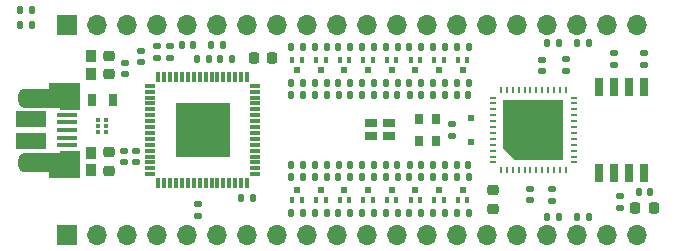
<source format=gts>
G04 #@! TF.GenerationSoftware,KiCad,Pcbnew,7.0.7*
G04 #@! TF.CreationDate,2023-08-30T11:11:12+01:00*
G04 #@! TF.ProjectId,NB3_hindbrain,4e42335f-6869-46e6-9462-7261696e2e6b,0.0.1*
G04 #@! TF.SameCoordinates,PX4af0920PY4c4db10*
G04 #@! TF.FileFunction,Soldermask,Top*
G04 #@! TF.FilePolarity,Negative*
%FSLAX46Y46*%
G04 Gerber Fmt 4.6, Leading zero omitted, Abs format (unit mm)*
G04 Created by KiCad (PCBNEW 7.0.7) date 2023-08-30 11:11:12*
%MOMM*%
%LPD*%
G01*
G04 APERTURE LIST*
G04 Aperture macros list*
%AMRoundRect*
0 Rectangle with rounded corners*
0 $1 Rounding radius*
0 $2 $3 $4 $5 $6 $7 $8 $9 X,Y pos of 4 corners*
0 Add a 4 corners polygon primitive as box body*
4,1,4,$2,$3,$4,$5,$6,$7,$8,$9,$2,$3,0*
0 Add four circle primitives for the rounded corners*
1,1,$1+$1,$2,$3*
1,1,$1+$1,$4,$5*
1,1,$1+$1,$6,$7*
1,1,$1+$1,$8,$9*
0 Add four rect primitives between the rounded corners*
20,1,$1+$1,$2,$3,$4,$5,0*
20,1,$1+$1,$4,$5,$6,$7,0*
20,1,$1+$1,$6,$7,$8,$9,0*
20,1,$1+$1,$8,$9,$2,$3,0*%
%AMOutline5P*
0 Free polygon, 5 corners , with rotation*
0 The origin of the aperture is its center*
0 number of corners: always 5*
0 $1 to $10 corner X, Y*
0 $11 Rotation angle, in degrees counterclockwise*
0 create outline with 5 corners*
4,1,5,$1,$2,$3,$4,$5,$6,$7,$8,$9,$10,$1,$2,$11*%
%AMOutline6P*
0 Free polygon, 6 corners , with rotation*
0 The origin of the aperture is its center*
0 number of corners: always 6*
0 $1 to $12 corner X, Y*
0 $13 Rotation angle, in degrees counterclockwise*
0 create outline with 6 corners*
4,1,6,$1,$2,$3,$4,$5,$6,$7,$8,$9,$10,$11,$12,$1,$2,$13*%
%AMOutline7P*
0 Free polygon, 7 corners , with rotation*
0 The origin of the aperture is its center*
0 number of corners: always 7*
0 $1 to $14 corner X, Y*
0 $15 Rotation angle, in degrees counterclockwise*
0 create outline with 7 corners*
4,1,7,$1,$2,$3,$4,$5,$6,$7,$8,$9,$10,$11,$12,$13,$14,$1,$2,$15*%
%AMOutline8P*
0 Free polygon, 8 corners , with rotation*
0 The origin of the aperture is its center*
0 number of corners: always 8*
0 $1 to $16 corner X, Y*
0 $17 Rotation angle, in degrees counterclockwise*
0 create outline with 8 corners*
4,1,8,$1,$2,$3,$4,$5,$6,$7,$8,$9,$10,$11,$12,$13,$14,$15,$16,$1,$2,$17*%
G04 Aperture macros list end*
%ADD10C,0.010000*%
%ADD11RoundRect,0.135000X0.135000X0.185000X-0.135000X0.185000X-0.135000X-0.185000X0.135000X-0.185000X0*%
%ADD12RoundRect,0.147500X0.147500X0.172500X-0.147500X0.172500X-0.147500X-0.172500X0.147500X-0.172500X0*%
%ADD13R,0.370000X0.425000*%
%ADD14R,1.000000X0.800000*%
%ADD15R,0.970000X1.000000*%
%ADD16R,0.370000X0.500000*%
%ADD17R,0.470000X0.500000*%
%ADD18R,0.240000X0.600000*%
%ADD19R,0.600000X0.240000*%
%ADD20Outline5P,-2.575000X2.575000X2.575000X2.575000X2.575000X-1.545000X1.545000X-2.575000X-2.575000X-2.575000X270.000000*%
%ADD21RoundRect,0.135000X-0.185000X0.135000X-0.185000X-0.135000X0.185000X-0.135000X0.185000X0.135000X0*%
%ADD22RoundRect,0.140000X-0.170000X0.140000X-0.170000X-0.140000X0.170000X-0.140000X0.170000X0.140000X0*%
%ADD23RoundRect,0.225000X-0.225000X-0.250000X0.225000X-0.250000X0.225000X0.250000X-0.225000X0.250000X0*%
%ADD24R,0.800000X0.900000*%
%ADD25RoundRect,0.140000X0.170000X-0.140000X0.170000X0.140000X-0.170000X0.140000X-0.170000X-0.140000X0*%
%ADD26R,0.650000X1.650000*%
%ADD27R,1.750000X0.400000*%
%ADD28O,2.400000X1.200000*%
%ADD29R,2.500000X1.425000*%
%ADD30RoundRect,0.135000X-0.135000X-0.185000X0.135000X-0.185000X0.135000X0.185000X-0.135000X0.185000X0*%
%ADD31RoundRect,0.140000X0.140000X0.170000X-0.140000X0.170000X-0.140000X-0.170000X0.140000X-0.170000X0*%
%ADD32R,0.770000X1.070000*%
%ADD33R,0.850000X0.300000*%
%ADD34R,0.300000X0.850000*%
%ADD35R,4.550000X4.550000*%
%ADD36RoundRect,0.225000X-0.250000X0.225000X-0.250000X-0.225000X0.250000X-0.225000X0.250000X0.225000X0*%
%ADD37RoundRect,0.225000X0.250000X-0.225000X0.250000X0.225000X-0.250000X0.225000X-0.250000X-0.225000X0*%
%ADD38R,0.500000X0.600000*%
%ADD39RoundRect,0.135000X0.185000X-0.135000X0.185000X0.135000X-0.185000X0.135000X-0.185000X-0.135000X0*%
%ADD40RoundRect,0.147500X-0.147500X-0.172500X0.147500X-0.172500X0.147500X0.172500X-0.147500X0.172500X0*%
%ADD41R,1.700000X1.700000*%
%ADD42O,1.700000X1.700000*%
G04 APERTURE END LIST*
D10*
X7560000Y1800000D02*
X5900000Y1800000D01*
X5900000Y4000000D01*
X7560000Y4000000D01*
X7560000Y1800000D01*
G36*
X7560000Y1800000D02*
G01*
X5900000Y1800000D01*
X5900000Y4000000D01*
X7560000Y4000000D01*
X7560000Y1800000D01*
G37*
X7560000Y-4000000D02*
X5900000Y-4000000D01*
X5900000Y-1800000D01*
X7560000Y-1800000D01*
X7560000Y-4000000D01*
G36*
X7560000Y-4000000D02*
G01*
X5900000Y-4000000D01*
X5900000Y-1800000D01*
X7560000Y-1800000D01*
X7560000Y-4000000D01*
G37*
X5850000Y1975000D02*
X2900000Y1975000D01*
X2873832Y1975685D01*
X2847736Y1977739D01*
X2821783Y1981156D01*
X2796044Y1985926D01*
X2770590Y1992037D01*
X2745492Y1999472D01*
X2720816Y2008210D01*
X2696632Y2018227D01*
X2673005Y2029497D01*
X2650000Y2041987D01*
X2627680Y2055665D01*
X2606107Y2070492D01*
X2585340Y2086427D01*
X2565435Y2103428D01*
X2546447Y2121447D01*
X2528428Y2140435D01*
X2511427Y2160340D01*
X2495492Y2181107D01*
X2480665Y2202680D01*
X2466987Y2225000D01*
X2454497Y2248005D01*
X2443227Y2271632D01*
X2433210Y2295816D01*
X2424472Y2320492D01*
X2417037Y2345590D01*
X2410926Y2371044D01*
X2406156Y2396783D01*
X2402739Y2422736D01*
X2400685Y2448832D01*
X2400000Y2475000D01*
X2400000Y2975000D01*
X2400685Y3001168D01*
X2402739Y3027264D01*
X2406156Y3053217D01*
X2410926Y3078956D01*
X2417037Y3104410D01*
X2424472Y3129508D01*
X2433210Y3154184D01*
X2443227Y3178368D01*
X2454497Y3201995D01*
X2466987Y3225000D01*
X2480665Y3247320D01*
X2495492Y3268893D01*
X2511427Y3289660D01*
X2528428Y3309565D01*
X2546447Y3328553D01*
X2565435Y3346572D01*
X2585340Y3363573D01*
X2606107Y3379508D01*
X2627680Y3394335D01*
X2650000Y3408013D01*
X2673005Y3420503D01*
X2696632Y3431773D01*
X2720816Y3441790D01*
X2745492Y3450528D01*
X2770590Y3457963D01*
X2796044Y3464074D01*
X2821783Y3468844D01*
X2847736Y3472261D01*
X2873832Y3474315D01*
X2900000Y3475000D01*
X4950000Y3475000D01*
X4950000Y4000000D01*
X5850000Y4000000D01*
X5850000Y1975000D01*
G36*
X5850000Y1975000D02*
G01*
X2900000Y1975000D01*
X2873832Y1975685D01*
X2847736Y1977739D01*
X2821783Y1981156D01*
X2796044Y1985926D01*
X2770590Y1992037D01*
X2745492Y1999472D01*
X2720816Y2008210D01*
X2696632Y2018227D01*
X2673005Y2029497D01*
X2650000Y2041987D01*
X2627680Y2055665D01*
X2606107Y2070492D01*
X2585340Y2086427D01*
X2565435Y2103428D01*
X2546447Y2121447D01*
X2528428Y2140435D01*
X2511427Y2160340D01*
X2495492Y2181107D01*
X2480665Y2202680D01*
X2466987Y2225000D01*
X2454497Y2248005D01*
X2443227Y2271632D01*
X2433210Y2295816D01*
X2424472Y2320492D01*
X2417037Y2345590D01*
X2410926Y2371044D01*
X2406156Y2396783D01*
X2402739Y2422736D01*
X2400685Y2448832D01*
X2400000Y2475000D01*
X2400000Y2975000D01*
X2400685Y3001168D01*
X2402739Y3027264D01*
X2406156Y3053217D01*
X2410926Y3078956D01*
X2417037Y3104410D01*
X2424472Y3129508D01*
X2433210Y3154184D01*
X2443227Y3178368D01*
X2454497Y3201995D01*
X2466987Y3225000D01*
X2480665Y3247320D01*
X2495492Y3268893D01*
X2511427Y3289660D01*
X2528428Y3309565D01*
X2546447Y3328553D01*
X2565435Y3346572D01*
X2585340Y3363573D01*
X2606107Y3379508D01*
X2627680Y3394335D01*
X2650000Y3408013D01*
X2673005Y3420503D01*
X2696632Y3431773D01*
X2720816Y3441790D01*
X2745492Y3450528D01*
X2770590Y3457963D01*
X2796044Y3464074D01*
X2821783Y3468844D01*
X2847736Y3472261D01*
X2873832Y3474315D01*
X2900000Y3475000D01*
X4950000Y3475000D01*
X4950000Y4000000D01*
X5850000Y4000000D01*
X5850000Y1975000D01*
G37*
X5850000Y-4000000D02*
X4950000Y-4000000D01*
X4950000Y-3475000D01*
X2900000Y-3475000D01*
X2873832Y-3474315D01*
X2847736Y-3472261D01*
X2821783Y-3468844D01*
X2796044Y-3464074D01*
X2770590Y-3457963D01*
X2745492Y-3450528D01*
X2720816Y-3441790D01*
X2696632Y-3431773D01*
X2673005Y-3420503D01*
X2650000Y-3408013D01*
X2627680Y-3394335D01*
X2606107Y-3379508D01*
X2585340Y-3363573D01*
X2565435Y-3346572D01*
X2546447Y-3328553D01*
X2528428Y-3309565D01*
X2511427Y-3289660D01*
X2495492Y-3268893D01*
X2480665Y-3247320D01*
X2466987Y-3225000D01*
X2454497Y-3201995D01*
X2443227Y-3178368D01*
X2433210Y-3154184D01*
X2424472Y-3129508D01*
X2417037Y-3104410D01*
X2410926Y-3078956D01*
X2406156Y-3053217D01*
X2402739Y-3027264D01*
X2400685Y-3001168D01*
X2400000Y-2975000D01*
X2400000Y-2475000D01*
X2400685Y-2448832D01*
X2402739Y-2422736D01*
X2406156Y-2396783D01*
X2410926Y-2371044D01*
X2417037Y-2345590D01*
X2424472Y-2320492D01*
X2433210Y-2295816D01*
X2443227Y-2271632D01*
X2454497Y-2248005D01*
X2466987Y-2225000D01*
X2480665Y-2202680D01*
X2495492Y-2181107D01*
X2511427Y-2160340D01*
X2528428Y-2140435D01*
X2546447Y-2121447D01*
X2565435Y-2103428D01*
X2585340Y-2086427D01*
X2606107Y-2070492D01*
X2627680Y-2055665D01*
X2650000Y-2041987D01*
X2673005Y-2029497D01*
X2696632Y-2018227D01*
X2720816Y-2008210D01*
X2745492Y-1999472D01*
X2770590Y-1992037D01*
X2796044Y-1985926D01*
X2821783Y-1981156D01*
X2847736Y-1977739D01*
X2873832Y-1975685D01*
X2900000Y-1975000D01*
X5850000Y-1975000D01*
X5850000Y-4000000D01*
G36*
X5850000Y-4000000D02*
G01*
X4950000Y-4000000D01*
X4950000Y-3475000D01*
X2900000Y-3475000D01*
X2873832Y-3474315D01*
X2847736Y-3472261D01*
X2821783Y-3468844D01*
X2796044Y-3464074D01*
X2770590Y-3457963D01*
X2745492Y-3450528D01*
X2720816Y-3441790D01*
X2696632Y-3431773D01*
X2673005Y-3420503D01*
X2650000Y-3408013D01*
X2627680Y-3394335D01*
X2606107Y-3379508D01*
X2585340Y-3363573D01*
X2565435Y-3346572D01*
X2546447Y-3328553D01*
X2528428Y-3309565D01*
X2511427Y-3289660D01*
X2495492Y-3268893D01*
X2480665Y-3247320D01*
X2466987Y-3225000D01*
X2454497Y-3201995D01*
X2443227Y-3178368D01*
X2433210Y-3154184D01*
X2424472Y-3129508D01*
X2417037Y-3104410D01*
X2410926Y-3078956D01*
X2406156Y-3053217D01*
X2402739Y-3027264D01*
X2400685Y-3001168D01*
X2400000Y-2975000D01*
X2400000Y-2475000D01*
X2400685Y-2448832D01*
X2402739Y-2422736D01*
X2406156Y-2396783D01*
X2410926Y-2371044D01*
X2417037Y-2345590D01*
X2424472Y-2320492D01*
X2433210Y-2295816D01*
X2443227Y-2271632D01*
X2454497Y-2248005D01*
X2466987Y-2225000D01*
X2480665Y-2202680D01*
X2495492Y-2181107D01*
X2511427Y-2160340D01*
X2528428Y-2140435D01*
X2546447Y-2121447D01*
X2565435Y-2103428D01*
X2585340Y-2086427D01*
X2606107Y-2070492D01*
X2627680Y-2055665D01*
X2650000Y-2041987D01*
X2673005Y-2029497D01*
X2696632Y-2018227D01*
X2720816Y-2008210D01*
X2745492Y-1999472D01*
X2770590Y-1992037D01*
X2796044Y-1985926D01*
X2821783Y-1981156D01*
X2847736Y-1977739D01*
X2873832Y-1975685D01*
X2900000Y-1975000D01*
X5850000Y-1975000D01*
X5850000Y-4000000D01*
G37*
D11*
X38510000Y7000000D03*
X37490000Y7000000D03*
D12*
X36485000Y-3000000D03*
X35515000Y-3000000D03*
D11*
X26510000Y-7000000D03*
X25490000Y-7000000D03*
D13*
X9837000Y-175000D03*
X9837000Y325000D03*
X9837000Y825000D03*
X9163000Y825000D03*
X9163000Y325000D03*
X9163000Y-175000D03*
D11*
X28510000Y4000000D03*
X27490000Y4000000D03*
D14*
X32250000Y550000D03*
X33750000Y550000D03*
X33750000Y-550000D03*
X32250000Y-550000D03*
D11*
X20520000Y6000000D03*
X19500000Y6000000D03*
X32510000Y-7000000D03*
X31490000Y-7000000D03*
X32510000Y4000000D03*
X31490000Y4000000D03*
X36510000Y-4000000D03*
X35490000Y-4000000D03*
D15*
X8525000Y-1950000D03*
X8525000Y-3420000D03*
D16*
X29600000Y-5900000D03*
X30400000Y-5900000D03*
D17*
X30000000Y-5100000D03*
D16*
X36400000Y5900000D03*
X35600000Y5900000D03*
D17*
X36000000Y5100000D03*
D18*
X48750000Y3400000D03*
X48250000Y3400000D03*
X47750000Y3400000D03*
X47250000Y3400000D03*
X46750000Y3400000D03*
X46250000Y3400000D03*
X45750000Y3400000D03*
X45250000Y3400000D03*
X44750000Y3400000D03*
X44250000Y3400000D03*
X43750000Y3400000D03*
X43250000Y3400000D03*
D19*
X42600000Y2750000D03*
X42600000Y2250000D03*
X42600000Y1750000D03*
X42600000Y1250000D03*
X42600000Y750000D03*
X42600000Y250000D03*
X42600000Y-250000D03*
X42600000Y-750000D03*
X42600000Y-1250000D03*
X42600000Y-1750000D03*
X42600000Y-2250000D03*
X42600000Y-2750000D03*
D18*
X43250000Y-3400000D03*
X43750000Y-3400000D03*
X44250000Y-3400000D03*
X44750000Y-3400000D03*
X45250000Y-3400000D03*
X45750000Y-3400000D03*
X46250000Y-3400000D03*
X46750000Y-3400000D03*
X47250000Y-3400000D03*
X47750000Y-3400000D03*
X48250000Y-3400000D03*
X48750000Y-3400000D03*
D19*
X49400000Y-2750000D03*
X49400000Y-2250000D03*
X49400000Y-1750000D03*
X49400000Y-1250000D03*
X49400000Y-750000D03*
X49400000Y-250000D03*
X49400000Y250000D03*
X49400000Y750000D03*
X49400000Y1250000D03*
X49400000Y1750000D03*
X49400000Y2250000D03*
X49400000Y2750000D03*
D20*
X46000000Y0D03*
D12*
X26485000Y-3000000D03*
X25515000Y-3000000D03*
D11*
X30510000Y7000000D03*
X29490000Y7000000D03*
X38510000Y-4000000D03*
X37490000Y-4000000D03*
D12*
X30485000Y-3000000D03*
X29515000Y-3000000D03*
D16*
X31600000Y-5900000D03*
X32400000Y-5900000D03*
D17*
X32000000Y-5100000D03*
D21*
X14100000Y7110000D03*
X14100000Y6090000D03*
D22*
X46750000Y5960000D03*
X46750000Y5000000D03*
D12*
X30485000Y3000000D03*
X29515000Y3000000D03*
D11*
X40510000Y4000000D03*
X39490000Y4000000D03*
X26510000Y4000000D03*
X25490000Y4000000D03*
D12*
X32485000Y-3000000D03*
X31515000Y-3000000D03*
D11*
X40510000Y-7000000D03*
X39490000Y-7000000D03*
X34510000Y-4000000D03*
X33490000Y-4000000D03*
D22*
X12750000Y6710000D03*
X12750000Y5750000D03*
D23*
X54625000Y-6600000D03*
X56175000Y-6600000D03*
D21*
X52850000Y6510000D03*
X52850000Y5490000D03*
D24*
X37775000Y-925000D03*
X37775000Y925000D03*
X36325000Y925000D03*
X36325000Y-925000D03*
D25*
X12325000Y-2730000D03*
X12325000Y-1770000D03*
D26*
X55405000Y3600000D03*
X54135000Y3600000D03*
X52865000Y3600000D03*
X51595000Y3600000D03*
X51595000Y-3600000D03*
X52865000Y-3600000D03*
X54135000Y-3600000D03*
X55405000Y-3600000D03*
D16*
X39600000Y-5900000D03*
X40400000Y-5900000D03*
D17*
X40000000Y-5100000D03*
D11*
X26510000Y7000000D03*
X25490000Y7000000D03*
X50702400Y-7340600D03*
X49682400Y-7340600D03*
X48162400Y-7340600D03*
X47142400Y-7340600D03*
X26510000Y-4000000D03*
X25490000Y-4000000D03*
D16*
X40400000Y5900000D03*
X39600000Y5900000D03*
D17*
X40000000Y5100000D03*
D16*
X34400000Y5900000D03*
X33600000Y5900000D03*
D17*
X34000000Y5100000D03*
D21*
X15200000Y7110000D03*
X15200000Y6090000D03*
D12*
X40485000Y3000000D03*
X39515000Y3000000D03*
D27*
X6525000Y1300000D03*
X6525000Y650000D03*
X6525000Y0D03*
X6525000Y-650000D03*
X6525000Y-1300000D03*
D28*
X3700000Y2725000D03*
X3700000Y-2725000D03*
D29*
X3450000Y962500D03*
X3450000Y-962500D03*
D12*
X34485000Y3000000D03*
X33515000Y3000000D03*
D16*
X32400000Y5900000D03*
X31600000Y5900000D03*
D17*
X32000000Y5100000D03*
D15*
X8525000Y4765000D03*
X8525000Y6235000D03*
D30*
X2538000Y10160000D03*
X3558000Y10160000D03*
D11*
X48162400Y7350000D03*
X47142400Y7350000D03*
D12*
X34485000Y-3000000D03*
X33515000Y-3000000D03*
X32485000Y3000000D03*
X31515000Y3000000D03*
D25*
X47600000Y-5980000D03*
X47600000Y-5020000D03*
D16*
X28400000Y5900000D03*
X27600000Y5900000D03*
D17*
X28000000Y5100000D03*
D31*
X22230000Y-5750000D03*
X21270000Y-5750000D03*
D12*
X19685000Y7200000D03*
X18715000Y7200000D03*
D21*
X53300000Y-5580000D03*
X53300000Y-6600000D03*
D16*
X30400000Y5900000D03*
X29600000Y5900000D03*
D17*
X30000000Y5100000D03*
D32*
X8600000Y2500000D03*
X10400000Y2500000D03*
D21*
X55400000Y6510000D03*
X55400000Y5490000D03*
D16*
X35600000Y-5900000D03*
X36400000Y-5900000D03*
D17*
X36000000Y-5100000D03*
D11*
X40510000Y-4000000D03*
X39490000Y-4000000D03*
X36510000Y7000000D03*
X35490000Y7000000D03*
X32510000Y7000000D03*
X31490000Y7000000D03*
X28510000Y-7000000D03*
X27490000Y-7000000D03*
X38500000Y-7000000D03*
X37480000Y-7000000D03*
D12*
X38485000Y-3000000D03*
X37515000Y-3000000D03*
X28485000Y-3000000D03*
X27515000Y-3000000D03*
D11*
X40510000Y7000000D03*
X39490000Y7000000D03*
X28510000Y7000000D03*
X27490000Y7000000D03*
D30*
X17480000Y6000000D03*
X18500000Y6000000D03*
D11*
X28510000Y-4000000D03*
X27490000Y-4000000D03*
X30510000Y-7000000D03*
X29490000Y-7000000D03*
D33*
X13550000Y3750000D03*
X13550000Y3250000D03*
X13550000Y2750000D03*
X13550000Y2250000D03*
X13550000Y1750000D03*
X13550000Y1250000D03*
X13550000Y750000D03*
X13550000Y250000D03*
X13550000Y-250000D03*
X13550000Y-750000D03*
X13550000Y-1250000D03*
X13550000Y-1750000D03*
X13550000Y-2250000D03*
X13550000Y-2750000D03*
X13550000Y-3250000D03*
X13550000Y-3750000D03*
D34*
X14250000Y-4450000D03*
X14750000Y-4450000D03*
X15250000Y-4450000D03*
X15750000Y-4450000D03*
X16250000Y-4450000D03*
X16750000Y-4450000D03*
X17250000Y-4450000D03*
X17750000Y-4450000D03*
X18250000Y-4450000D03*
X18750000Y-4450000D03*
X19250000Y-4450000D03*
X19750000Y-4450000D03*
X20250000Y-4450000D03*
X20750000Y-4450000D03*
X21250000Y-4450000D03*
X21750000Y-4450000D03*
D33*
X22450000Y-3750000D03*
X22450000Y-3250000D03*
X22450000Y-2750000D03*
X22450000Y-2250000D03*
X22450000Y-1750000D03*
X22450000Y-1250000D03*
X22450000Y-750000D03*
X22450000Y-250000D03*
X22450000Y250000D03*
X22450000Y750000D03*
X22450000Y1250000D03*
X22450000Y1750000D03*
X22450000Y2250000D03*
X22450000Y2750000D03*
X22450000Y3250000D03*
X22450000Y3750000D03*
D34*
X21750000Y4450000D03*
X21250000Y4450000D03*
X20750000Y4450000D03*
X20250000Y4450000D03*
X19750000Y4450000D03*
X19250000Y4450000D03*
X18750000Y4450000D03*
X18250000Y4450000D03*
X17750000Y4450000D03*
X17250000Y4450000D03*
X16750000Y4450000D03*
X16250000Y4450000D03*
X15750000Y4450000D03*
X15250000Y4450000D03*
X14750000Y4450000D03*
X14250000Y4450000D03*
D35*
X18000000Y0D03*
D11*
X30510000Y4000000D03*
X29490000Y4000000D03*
D31*
X55860000Y-5250000D03*
X54900000Y-5250000D03*
D11*
X36510000Y-7000000D03*
X35490000Y-7000000D03*
D36*
X10075000Y-1900000D03*
X10075000Y-3450000D03*
D22*
X48750000Y5980000D03*
X48750000Y5020000D03*
D12*
X40485000Y-3000000D03*
X39515000Y-3000000D03*
D16*
X33600000Y-5900000D03*
X34400000Y-5900000D03*
D17*
X34000000Y-5100000D03*
D25*
X11400000Y4720000D03*
X11400000Y5680000D03*
D16*
X26400000Y5900000D03*
X25600000Y5900000D03*
D17*
X26000000Y5100000D03*
D11*
X30510000Y-4000000D03*
X29490000Y-4000000D03*
D12*
X17185000Y7200000D03*
X16215000Y7200000D03*
D11*
X34510000Y4000000D03*
X33490000Y4000000D03*
D37*
X10100000Y4725000D03*
X10100000Y6275000D03*
D38*
X40750000Y1050000D03*
X40750000Y-1050000D03*
D11*
X34510000Y7000000D03*
X33490000Y7000000D03*
X32510000Y-4000000D03*
X31490000Y-4000000D03*
D25*
X39100000Y-480000D03*
X39100000Y480000D03*
D11*
X34510000Y-7000000D03*
X33490000Y-7000000D03*
D22*
X11350000Y-1770000D03*
X11350000Y-2730000D03*
D25*
X45750000Y-5960000D03*
X45750000Y-5000000D03*
D11*
X50702400Y7366000D03*
X49682400Y7366000D03*
D16*
X25600000Y-5900000D03*
X26400000Y-5900000D03*
D17*
X26000000Y-5100000D03*
D16*
X38400000Y5900000D03*
X37600000Y5900000D03*
D17*
X38000000Y5100000D03*
D39*
X17600000Y-7270000D03*
X17600000Y-6250000D03*
D12*
X28485000Y3000000D03*
X27515000Y3000000D03*
D16*
X37600000Y-5900000D03*
X38400000Y-5900000D03*
D17*
X38000000Y-5100000D03*
D12*
X26485000Y3000000D03*
X25515000Y3000000D03*
D23*
X22325000Y6100000D03*
X23875000Y6100000D03*
D12*
X38485000Y3000000D03*
X37515000Y3000000D03*
X36485000Y3000000D03*
X35515000Y3000000D03*
D11*
X38510000Y4000000D03*
X37490000Y4000000D03*
D36*
X42600000Y-5100000D03*
X42600000Y-6650000D03*
D16*
X27600000Y-5900000D03*
X28400000Y-5900000D03*
D17*
X28000000Y-5100000D03*
D40*
X2563000Y8900000D03*
X3533000Y8900000D03*
D11*
X36510000Y4000000D03*
X35490000Y4000000D03*
D41*
X6500000Y-8890000D03*
D42*
X9040000Y-8890000D03*
X11580000Y-8890000D03*
X14120000Y-8890000D03*
X16660000Y-8890000D03*
X19200000Y-8890000D03*
X21740000Y-8890000D03*
X24280000Y-8890000D03*
X26820000Y-8890000D03*
X29360000Y-8890000D03*
X31900000Y-8890000D03*
X34440000Y-8890000D03*
X36980000Y-8890000D03*
X39520000Y-8890000D03*
X42060000Y-8890000D03*
X44600000Y-8890000D03*
X47140000Y-8890000D03*
X49680000Y-8890000D03*
X52220000Y-8890000D03*
X54760000Y-8890000D03*
D41*
X6500000Y8890000D03*
D42*
X9040000Y8890000D03*
X11580000Y8890000D03*
X14120000Y8890000D03*
X16660000Y8890000D03*
X19200000Y8890000D03*
X21740000Y8890000D03*
X24280000Y8890000D03*
X26820000Y8890000D03*
X29360000Y8890000D03*
X31900000Y8890000D03*
X34440000Y8890000D03*
X36980000Y8890000D03*
X39520000Y8890000D03*
X42060000Y8890000D03*
X44600000Y8890000D03*
X47140000Y8890000D03*
X49680000Y8890000D03*
X52220000Y8890000D03*
X54760000Y8890000D03*
M02*

</source>
